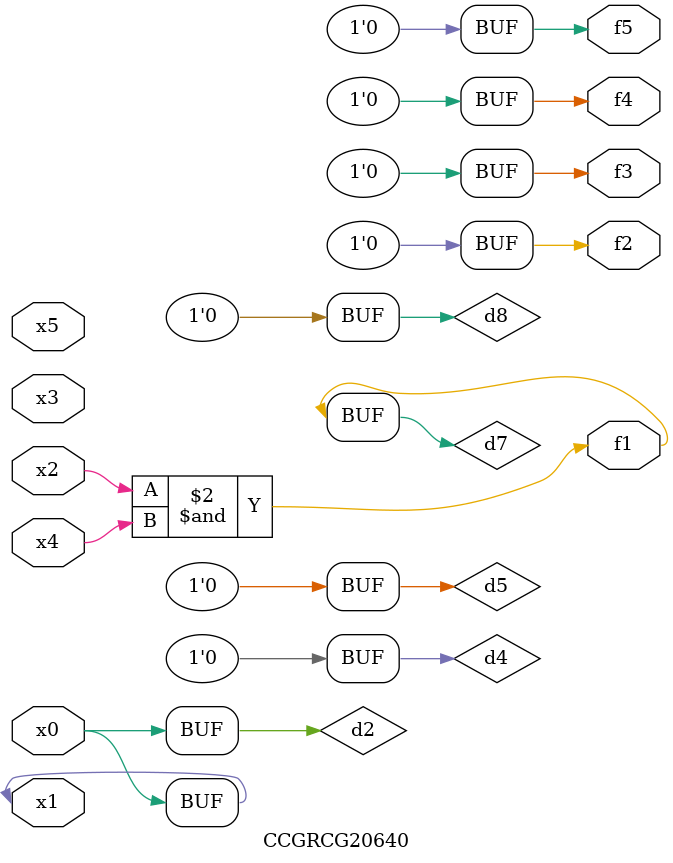
<source format=v>
module CCGRCG20640(
	input x0, x1, x2, x3, x4, x5,
	output f1, f2, f3, f4, f5
);

	wire d1, d2, d3, d4, d5, d6, d7, d8, d9;

	nand (d1, x1);
	buf (d2, x0, x1);
	nand (d3, x2, x4);
	and (d4, d1, d2);
	and (d5, d1, d2);
	nand (d6, d1, d3);
	not (d7, d3);
	xor (d8, d5);
	nor (d9, d5, d6);
	assign f1 = d7;
	assign f2 = d8;
	assign f3 = d8;
	assign f4 = d8;
	assign f5 = d8;
endmodule

</source>
